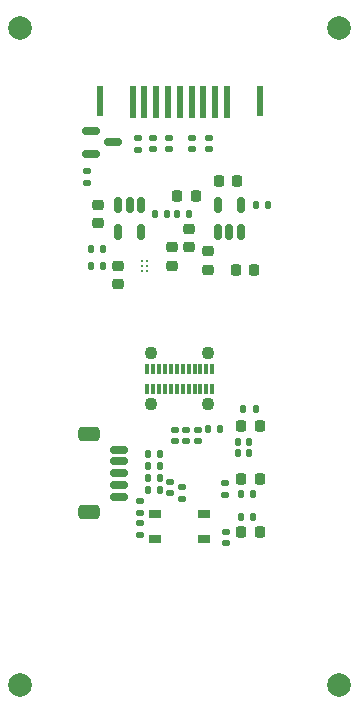
<source format=gbr>
%TF.GenerationSoftware,KiCad,Pcbnew,8.0.1*%
%TF.CreationDate,2025-06-23T19:48:13+12:00*%
%TF.ProjectId,panelrev2,70616e65-6c72-4657-9632-2e6b69636164,rev?*%
%TF.SameCoordinates,Original*%
%TF.FileFunction,Paste,Bot*%
%TF.FilePolarity,Positive*%
%FSLAX46Y46*%
G04 Gerber Fmt 4.6, Leading zero omitted, Abs format (unit mm)*
G04 Created by KiCad (PCBNEW 8.0.1) date 2025-06-23 19:48:13*
%MOMM*%
%LPD*%
G01*
G04 APERTURE LIST*
G04 Aperture macros list*
%AMRoundRect*
0 Rectangle with rounded corners*
0 $1 Rounding radius*
0 $2 $3 $4 $5 $6 $7 $8 $9 X,Y pos of 4 corners*
0 Add a 4 corners polygon primitive as box body*
4,1,4,$2,$3,$4,$5,$6,$7,$8,$9,$2,$3,0*
0 Add four circle primitives for the rounded corners*
1,1,$1+$1,$2,$3*
1,1,$1+$1,$4,$5*
1,1,$1+$1,$6,$7*
1,1,$1+$1,$8,$9*
0 Add four rect primitives between the rounded corners*
20,1,$1+$1,$2,$3,$4,$5,0*
20,1,$1+$1,$4,$5,$6,$7,0*
20,1,$1+$1,$6,$7,$8,$9,0*
20,1,$1+$1,$8,$9,$2,$3,0*%
G04 Aperture macros list end*
%ADD10C,2.000000*%
%ADD11R,0.500000X2.800000*%
%ADD12R,0.600000X2.600000*%
%ADD13RoundRect,0.135000X0.135000X0.185000X-0.135000X0.185000X-0.135000X-0.185000X0.135000X-0.185000X0*%
%ADD14RoundRect,0.135000X0.185000X-0.135000X0.185000X0.135000X-0.185000X0.135000X-0.185000X-0.135000X0*%
%ADD15RoundRect,0.150000X-0.625000X0.150000X-0.625000X-0.150000X0.625000X-0.150000X0.625000X0.150000X0*%
%ADD16RoundRect,0.250000X-0.650000X0.350000X-0.650000X-0.350000X0.650000X-0.350000X0.650000X0.350000X0*%
%ADD17RoundRect,0.150000X-0.150000X0.512500X-0.150000X-0.512500X0.150000X-0.512500X0.150000X0.512500X0*%
%ADD18RoundRect,0.147500X0.172500X-0.147500X0.172500X0.147500X-0.172500X0.147500X-0.172500X-0.147500X0*%
%ADD19RoundRect,0.135000X-0.135000X-0.185000X0.135000X-0.185000X0.135000X0.185000X-0.135000X0.185000X0*%
%ADD20RoundRect,0.140000X-0.170000X0.140000X-0.170000X-0.140000X0.170000X-0.140000X0.170000X0.140000X0*%
%ADD21RoundRect,0.140000X0.170000X-0.140000X0.170000X0.140000X-0.170000X0.140000X-0.170000X-0.140000X0*%
%ADD22RoundRect,0.135000X-0.185000X0.135000X-0.185000X-0.135000X0.185000X-0.135000X0.185000X0.135000X0*%
%ADD23RoundRect,0.225000X-0.225000X-0.250000X0.225000X-0.250000X0.225000X0.250000X-0.225000X0.250000X0*%
%ADD24RoundRect,0.218750X0.218750X0.256250X-0.218750X0.256250X-0.218750X-0.256250X0.218750X-0.256250X0*%
%ADD25RoundRect,0.218750X-0.218750X-0.256250X0.218750X-0.256250X0.218750X0.256250X-0.218750X0.256250X0*%
%ADD26RoundRect,0.140000X-0.140000X-0.170000X0.140000X-0.170000X0.140000X0.170000X-0.140000X0.170000X0*%
%ADD27RoundRect,0.150000X0.150000X-0.512500X0.150000X0.512500X-0.150000X0.512500X-0.150000X-0.512500X0*%
%ADD28RoundRect,0.147500X0.147500X0.172500X-0.147500X0.172500X-0.147500X-0.172500X0.147500X-0.172500X0*%
%ADD29RoundRect,0.225000X0.250000X-0.225000X0.250000X0.225000X-0.250000X0.225000X-0.250000X-0.225000X0*%
%ADD30RoundRect,0.218750X-0.256250X0.218750X-0.256250X-0.218750X0.256250X-0.218750X0.256250X0.218750X0*%
%ADD31RoundRect,0.150000X-0.587500X-0.150000X0.587500X-0.150000X0.587500X0.150000X-0.587500X0.150000X0*%
%ADD32C,0.250000*%
%ADD33R,1.050000X0.650000*%
%ADD34RoundRect,0.225000X-0.250000X0.225000X-0.250000X-0.225000X0.250000X-0.225000X0.250000X0.225000X0*%
%ADD35R,0.300000X0.850000*%
%ADD36C,1.100000*%
G04 APERTURE END LIST*
D10*
%TO.C,KiKit_TO_4*%
X162000000Y-78100000D03*
%TD*%
%TO.C,KiKit_TO_2*%
X162000000Y-22500000D03*
%TD*%
%TO.C,KiKit_TO_1*%
X135000000Y-22500000D03*
%TD*%
D11*
%TO.C,J3*%
X152500000Y-28700000D03*
X151500000Y-28700000D03*
X150500000Y-28700000D03*
X149500000Y-28700000D03*
X148500000Y-28700000D03*
X147500000Y-28700000D03*
X146500000Y-28700000D03*
X145500000Y-28700000D03*
X144500000Y-28700000D03*
D12*
X155275000Y-28600000D03*
X141725000Y-28600000D03*
%TD*%
D10*
%TO.C,KiKit_TO_3*%
X135000000Y-78100000D03*
%TD*%
D13*
%TO.C,R10*%
X147410000Y-38200000D03*
X146390000Y-38200000D03*
%TD*%
D14*
%TO.C,R11*%
X145150000Y-63510000D03*
X145150000Y-62490000D03*
%TD*%
D15*
%TO.C,J4*%
X143325000Y-58150000D03*
X143325000Y-59150000D03*
X143325000Y-60150000D03*
X143325000Y-61150000D03*
X143325000Y-62150000D03*
D16*
X140800000Y-56850000D03*
X140800000Y-63450000D03*
%TD*%
D17*
%TO.C,U6*%
X143300000Y-37425000D03*
X144250000Y-37425000D03*
X145200000Y-37425000D03*
X145200000Y-39700000D03*
X143300000Y-39700000D03*
%TD*%
D18*
%TO.C,D3*%
X151000000Y-32735000D03*
X151000000Y-31765000D03*
%TD*%
D19*
%TO.C,R7*%
X153890000Y-54700000D03*
X154910000Y-54700000D03*
%TD*%
D20*
%TO.C,C22*%
X150000000Y-56470000D03*
X150000000Y-57430000D03*
%TD*%
D19*
%TO.C,R15*%
X140990000Y-41200000D03*
X142010000Y-41200000D03*
%TD*%
D21*
%TO.C,C16*%
X147700000Y-61830000D03*
X147700000Y-60870000D03*
%TD*%
D22*
%TO.C,R8*%
X145150000Y-64390000D03*
X145150000Y-65410000D03*
%TD*%
D19*
%TO.C,R21*%
X154940000Y-37450000D03*
X155960000Y-37450000D03*
%TD*%
D23*
%TO.C,C4*%
X153225000Y-42950000D03*
X154775000Y-42950000D03*
%TD*%
D24*
%TO.C,F1*%
X149837500Y-36650000D03*
X148262500Y-36650000D03*
%TD*%
D25*
%TO.C,D11*%
X153712500Y-60650000D03*
X155287500Y-60650000D03*
%TD*%
D19*
%TO.C,R5*%
X153690000Y-61950000D03*
X154710000Y-61950000D03*
%TD*%
%TO.C,R1*%
X153690000Y-63850000D03*
X154710000Y-63850000D03*
%TD*%
D18*
%TO.C,D2*%
X149500000Y-32735000D03*
X149500000Y-31765000D03*
%TD*%
D22*
%TO.C,R19*%
X148700000Y-61290000D03*
X148700000Y-62310000D03*
%TD*%
D18*
%TO.C,D8*%
X147550000Y-32735000D03*
X147550000Y-31765000D03*
%TD*%
D22*
%TO.C,R9*%
X140600000Y-34590000D03*
X140600000Y-35610000D03*
%TD*%
D26*
%TO.C,C17*%
X145820000Y-59550000D03*
X146780000Y-59550000D03*
%TD*%
%TO.C,C15*%
X145820000Y-58550000D03*
X146780000Y-58550000D03*
%TD*%
D25*
%TO.C,D12*%
X153712500Y-56150000D03*
X155287500Y-56150000D03*
%TD*%
D27*
%TO.C,U2*%
X153650000Y-39737500D03*
X152700000Y-39737500D03*
X151750000Y-39737500D03*
X151750000Y-37462500D03*
X153650000Y-37462500D03*
%TD*%
D23*
%TO.C,C3*%
X151775000Y-35450000D03*
X153325000Y-35450000D03*
%TD*%
D14*
%TO.C,R20*%
X145000000Y-32760000D03*
X145000000Y-31740000D03*
%TD*%
D13*
%TO.C,R25*%
X149310000Y-38200000D03*
X148290000Y-38200000D03*
%TD*%
D20*
%TO.C,C18*%
X148100000Y-56470000D03*
X148100000Y-57430000D03*
%TD*%
%TO.C,C20*%
X149050000Y-56470000D03*
X149050000Y-57430000D03*
%TD*%
D28*
%TO.C,L3*%
X146785000Y-61550000D03*
X145815000Y-61550000D03*
%TD*%
D29*
%TO.C,C6*%
X149300000Y-41025000D03*
X149300000Y-39475000D03*
%TD*%
D30*
%TO.C,L2*%
X147800000Y-41025000D03*
X147800000Y-42600000D03*
%TD*%
D13*
%TO.C,R14*%
X142010000Y-42600000D03*
X140990000Y-42600000D03*
%TD*%
D18*
%TO.C,D9*%
X146250000Y-32735000D03*
X146250000Y-31765000D03*
%TD*%
D31*
%TO.C,Q3*%
X140962500Y-33100000D03*
X140962500Y-31200000D03*
X142837500Y-32150000D03*
%TD*%
D20*
%TO.C,C25*%
X152400000Y-65120000D03*
X152400000Y-66080000D03*
%TD*%
D19*
%TO.C,R18*%
X150890000Y-56450000D03*
X151910000Y-56450000D03*
%TD*%
D26*
%TO.C,C14*%
X153420000Y-57500000D03*
X154380000Y-57500000D03*
%TD*%
D32*
%TO.C,U3*%
X145700000Y-42200000D03*
X145300000Y-42200000D03*
X145700000Y-42600000D03*
X145300000Y-42600000D03*
X145700000Y-43000000D03*
X145300000Y-43000000D03*
%TD*%
D25*
%TO.C,D10*%
X153712500Y-65150000D03*
X155287500Y-65150000D03*
%TD*%
D30*
%TO.C,L1*%
X150900000Y-41362500D03*
X150900000Y-42937500D03*
%TD*%
D26*
%TO.C,C19*%
X145820000Y-60550000D03*
X146780000Y-60550000D03*
%TD*%
D33*
%TO.C,SW1*%
X150575000Y-63575000D03*
X146425000Y-63575000D03*
X150575000Y-65725000D03*
X146425000Y-65725000D03*
%TD*%
D26*
%TO.C,C13*%
X153420000Y-58450000D03*
X154380000Y-58450000D03*
%TD*%
D34*
%TO.C,C24*%
X141600000Y-37425000D03*
X141600000Y-38975000D03*
%TD*%
D22*
%TO.C,R22*%
X152350000Y-60990000D03*
X152350000Y-62010000D03*
%TD*%
D34*
%TO.C,C7*%
X143290000Y-42600000D03*
X143290000Y-44150000D03*
%TD*%
D35*
%TO.C,J5*%
X151250000Y-51315000D03*
X150750000Y-51315000D03*
X150250000Y-51315000D03*
X149750000Y-51315000D03*
X149250000Y-51315000D03*
X148750000Y-51315000D03*
X148250000Y-51315000D03*
X147750000Y-51315000D03*
X147250000Y-51315000D03*
X146750000Y-51315000D03*
X146250000Y-51315000D03*
X145750000Y-51315000D03*
X145750000Y-52985000D03*
X146250000Y-52985000D03*
X146750000Y-52985000D03*
X147250000Y-52985000D03*
X147750000Y-52985000D03*
X148250000Y-52985000D03*
X148750000Y-52985000D03*
X149250000Y-52985000D03*
X149750000Y-52985000D03*
X150250000Y-52985000D03*
X150750000Y-52985000D03*
X151250000Y-52985000D03*
D36*
X150900000Y-54300000D03*
X150900000Y-50000000D03*
X146100000Y-54300000D03*
X146100000Y-50000000D03*
%TD*%
M02*

</source>
